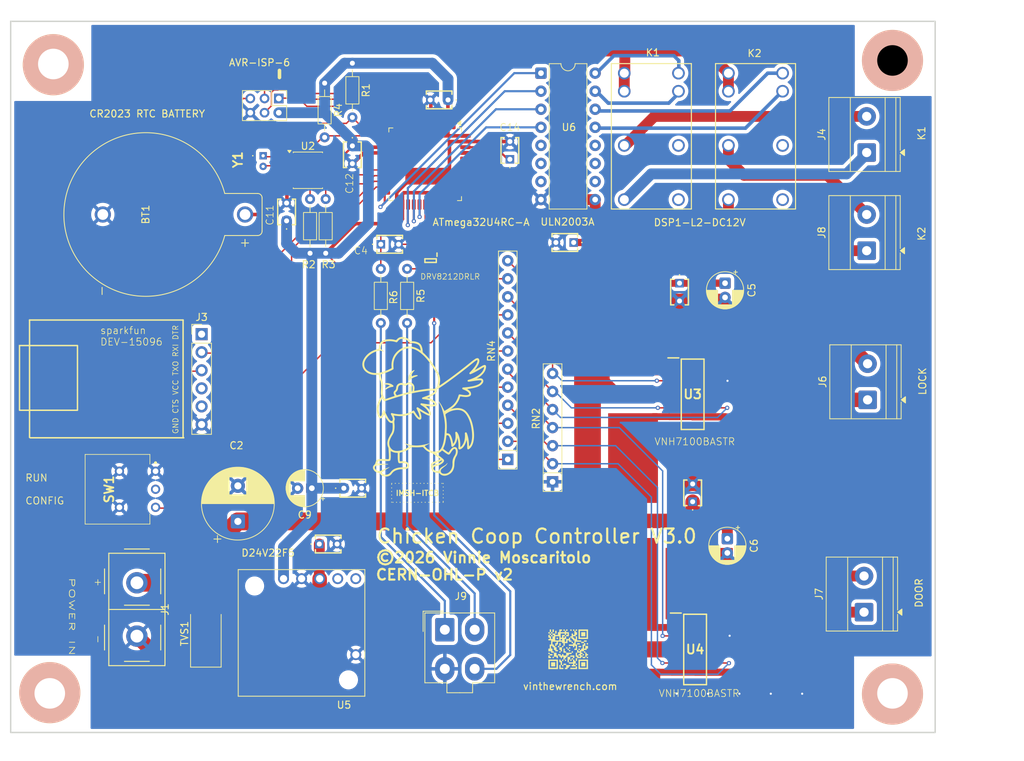
<source format=kicad_pcb>
(kicad_pcb (version 20241229) (generator "pcbnew") (generator_version "9.0")
  (layers (0 "F.Cu" signal) (2 "B.Cu" signal) (13 "F.Paste" user) (15 "B.Paste" user) (5 "F.SilkS" user "F.Silkscreen") (7 "B.SilkS" user "B.Silkscreen") (1 "F.Mask" user) (3 "B.Mask" user) (25 "Edge.Cuts" user))
  (net 0 "")
  (net 1 "Net-(J6-Pin_1)")
  (net 2 "+5V")
  (net 3 "Net-(J4-Pin_1)")
  (net 4 "Net-(IC1-OUT2)")
  (net 5 "Net-(K1-RESET)")
  (net 9 "/LED2")
  (net 10 "/LED1")
  (net 11 "/MOSI")
  (net 12 "/SDA")
  (net 14 "/CONFIG_SW")
  (net 15 "/SCL")
  (net 17 "/MISO")
  (net 19 "/{slash}RESET")
  (net 22 "/SCK")
  (net 24 "/RXD")
  (net 25 "Net-(J4-Pin_2)")
  (net 28 "/RTC_INT")
  (net 31 "/TXD")
  (net 32 "/LOCK_INA")
  (net 33 "/DOOR_INA")
  (net 34 "/LOCK_EN")
  (net 36 "/DOOR_EN")
  (net 37 "/DOOR_INB")
  (net 38 "/DOOR_SW")
  (net 39 "Net-(U2-VBAT)")
  (net 40 "Net-(J8-Pin_1)")
  (net 41 "Net-(J8-Pin_2)")
  (net 42 "GND")
  (net 43 "Net-(U2-OSCO)")
  (net 44 "Net-(U2-OSCI)")
  (net 46 "/LOCK_EXTEND")
  (net 47 "/DOOR_RETRACT")
  (net 48 "/DOOR_EXTEND")
  (net 50 "/LOCK_INB")
  (net 53 "+12V")
  (net 54 "Net-(K1-SET)")
  (net 57 "Net-(K2-RESET)")
  (net 58 "Net-(K2-SET)")
  (net 59 "/K1 SET")
  (net 60 "/K1 RESET")
  (net 61 "/K2 RESET")
  (net 62 "/K2 SET")
  (net 71 "Net-(RN2-R5)")
  (net 72 "Net-(RN2-R2)")
  (net 73 "Net-(RN2-R4)")
  (net 74 "Net-(RN2-R6)")
  (net 75 "Net-(RN2-R3)")
  (net 76 "Net-(RN2-R1)")
  (net 77 "Net-(U1-AREF)")
  (net 78 "Net-(IC1-OUT1)")
  (net 79 "Net-(J9-Pin_2)")
  (net 80 "Net-(J9-Pin_1)")
  (footprint "keystone 1066:BAT_1066" (layer "F.Cu") (at 71.0875 52.6625 90)
    (property "Reference" "BT1")
    (property "Value" "1066")
  )
  (footprint "MountingHole:MountingHole_4.3mm_M4_ISO7380" (layer "F.Cu") (at 176 120)
    (property "Reference" "REF**" (hide yes))
    (property "Value" "MountingHole_4.3mm_M4_ISO7380" (hide yes))
  )
  (footprint "Resistor_THT:R_Axial_DIN0204_L3.6mm_D1.6mm_P7.62mm_Horizontal" (layer "F.Cu") (at 96.15 34.19 -90)
    (property "Reference" "R4")
    (property "Value" "10K")
  )
  (footprint "VNH7100BASTR:SOIC127P600X175-16N" (layer "F.Cu") (at 148.243 113.825)
    (property "Reference" "U4")
    (property "Value" "VNH7100BASTR")
  )
  (footprint "Capacitor_THT:CP_Radial_D5.0mm_P2.00mm" (layer "F.Cu") (at 152.455 62.32 -90)
    (property "Reference" "C5")
    (property "Value" "47uf")
  )
  (footprint "TerminalBlock_Phoenix:TerminalBlock_Phoenix_MKDS-1,5-2-5.08_1x02_P5.08mm_Horizontal" (layer "F.Cu") (at 172.37 43.95 90)
    (property "Reference" "J4")
    (property "Value" "K1")
  )
  (footprint "Resistor_THT:R_Array_SIP7" (layer "F.Cu") (at 128.2 90.25 90)
    (property "Reference" "RN2")
    (property "Value" "100K")
  )
  (footprint "Connector_PinHeader_2.54mm:PinHeader_1x06_P2.54mm_Vertical" (layer "F.Cu") (at 78.85 69.49)
    (property "Reference" "J3")
    (property "Value" "Serial port")
  )
  (footprint "RCER71H104K0DBH03A:RCER71H104K0DBH03A" (layer "F.Cu") (at 131.17 56.6 180)
    (property "Reference" "C1" (hide yes))
    (property "Value" ".1uf" (hide yes))
  )
  (footprint "D24V22F5:MODULE_5V_2.5A_STEP-DOWN_D24V22F5" (layer "F.Cu") (at 92.9 111.5 180)
    (property "Reference" "U5")
    (property "Value" "D24V22F5")
  )
  (footprint "RCER71H104K0DBH03A:RCER71H104K0DBH03A" (layer "F.Cu") (at 98.85 91.15)
    (property "Reference" "C10" (hide yes))
    (property "Value" ".1uf" (hide yes))
  )
  (footprint "RCER71H104K0DBH03A:RCER71H104K0DBH03A" (layer "F.Cu") (at 90.800101 53.549899 90)
    (property "Reference" "C11")
    (property "Value" ".1uf" (hide yes))
  )
  (footprint "Resistor_THT:R_Axial_DIN0204_L3.6mm_D1.6mm_P7.62mm_Horizontal" (layer "F.Cu") (at 96.300101 58.109899 90)
    (property "Reference" "R3")
    (property "Value" "4.7K" (hide yes))
  )
  (footprint "Resistor_THT:R_Array_SIP12" (layer "F.Cu") (at 121.9 87.1 90)
    (property "Reference" "RN4")
    (property "Value" "1K")
  )
  (footprint "Resistor_THT:R_Axial_DIN0204_L3.6mm_D1.6mm_P7.62mm_Horizontal" (layer "F.Cu") (at 104.05 60.3 -90)
    (property "Reference" "R6")
    (property "Value" "220Ω")
  )
  (footprint "DSP1-L2-DC12V:DSP1-L2-DC12V" (layer "F.Cu") (at 152.93 32.79)
    (property "Reference" "K2")
    (property "Value" "DSP1-L2-DC12V")
  )
  (footprint "Capacitor_THT:CP_Radial_D10.0mm_P5.00mm" (layer "F.Cu") (at 83.95 95.817677 90)
    (property "Reference" "C2")
    (property "Value" "1000uf" (hide yes))
  )
  (footprint "MountingHole:MountingHole_4.3mm_M4_ISO7380" (layer "F.Cu") (at 176 31)
    (property "Reference" "REF**" (hide yes))
    (property "Value" "MountingHole_4.3mm_M4_ISO7380" (hide yes))
  )
  (footprint "RCER71H104K0DBH03A:RCER71H104K0DBH03A" (layer "F.Cu") (at 146.055 62.32 -90)
    (property "Reference" "C7" (hide yes))
    (property "Value" ".1uf" (hide yes))
  )
  (footprint "MountingHole:MountingHole_4.3mm_M4_ISO7380" (layer "F.Cu") (at 57.5 120)
    (property "Reference" "REF**" (hide yes))
    (property "Value" "MountingHole_4.3mm_M4_ISO7380" (hide yes))
  )
  (footprint "RCER71H104K0DBH03A:RCER71H104K0DBH03A" (layer "F.Cu") (at 100.05 43.0125 -90)
    (property "Reference" "C12")
    (property "Value" ".1uf" (hide yes))
  )
  (footprint "Capacitor_THT:CP_Radial_D5.0mm_P2.00mm" (layer "F.Cu") (at 152.78 98.25 -90)
    (property "Reference" "C6")
    (property "Value" "47uf")
  )
  (footprint "Connector_PinHeader_2.00mm:PinHeader_2x03_P2.00mm_Vertical" (layer "F.Cu") (at 89.7 36.35 -90)
    (property "Reference" "J2" (hide yes))
    (property "Value" "AVR-ISP-6")
  )
  (footprint "RCER71H104K0DBH03A:RCER71H104K0DBH03A" (layer "F.Cu") (at 104.05 56.85)
    (property "Reference" "C4")
    (property "Value" ".1uf" (hide yes))
  )
  (footprint "Package_SO:SOIC-8_3.9x4.9mm_P1.27mm" (layer "F.Cu") (at 93.800101 46.444899)
    (property "Reference" "U2")
    (property "Value" "PCF8523T")
  )
  (footprint "TerminalBlock_Phoenix:TerminalBlock_Phoenix_MKDS-1,5-2-5.08_1x02_P5.08mm_Horizontal" (layer "F.Cu") (at 172.37 57.75 90)
    (property "Reference" "J8")
    (property "Value" "K2")
  )
  (footprint "RCER71H104K0DBH03A:RCER71H104K0DBH03A" (layer "F.Cu") (at 113.5 36.55 180)
    (property "Reference" "C13" (hide yes))
    (property "Value" ".1uf" (hide yes))
  )
  (footprint "LOGO" (layer "F.Cu") (at 130.4 113.8 180)
    (property "Reference" "G***" (hide yes))
    (property "Value" "LOGO" (hide yes))
  )
  (footprint "VNH7100BASTR:SOIC127P600X175-16N" (layer "F.Cu") (at 147.897 77.945)
    (property "Reference" "U3")
    (property "Value" "VNH7100BASTR")
  )
  (footprint "Resistor_THT:R_Axial_DIN0204_L3.6mm_D1.6mm_P7.62mm_Horizontal" (layer "F.Cu") (at 94.100101 58.109899 90)
    (property "Reference" "R2")
    (property "Value" "4.7k" (hide yes))
  )
  (footprint "DRV8212:SOTFL50P160X60-6N" (layer "F.Cu") (at 111.05 59.15 -90)
    (property "Reference" "IC1" (hide yes))
    (property "Value" "DRV8212DRLR")
  )
  (footprint "Resistor_THT:R_Axial_DIN0204_L3.6mm_D1.6mm_P7.62mm_Horizontal" (layer "F.Cu") (at 100.05 31.39 -90)
    (property "Reference" "R1")
    (property "Value" "10K")
  )
  (footprint "Diode_SMD:D_SMB_Handsoldering" (layer "F.Cu") (at 79.45 111.6 90)
    (property "Reference" "TVS1")
    (property "Value" "P6SMB18A")
  )
  (footprint "RCER71H104K0DBH03A:RCER71H104K0DBH03A" (layer "F.Cu") (at 95.4 99)
    (property "Reference" "C3" (hide yes))
    (property "Value" ".1uf" (hide yes))
  )
  (footprint "AARDVARK:chick" (layer "F.Cu") (at 109.484846 89.366465)
    (property "Reference" "REF**" (hide yes))
    (property "Value" "chick" (hide yes))
  )
  (footprint "TerminalBlock_Phoenix:TerminalBlock_Phoenix_MKDS-1,5-2-5.08_1x02_P5.08mm_Horizontal" (layer "F.Cu") (at 172 108.58 90)
    (property "Reference" "J7")
    (property "Value" "DOOR")
  )
  (footprint "Connector_Molex:Molex_Mini-Fit_Jr_5566-04A_2x02_P4.20mm_Vertical" (layer "F.Cu") (at 113.05 111.05)
    (property "Reference" "J9")
    (property "Value" "Mini‑Fit Jr")
  )
  (footprint "Package_QFP:TQFP-44_10x10mm_P0.8mm" (layer "F.Cu") (at 110.2875 45.6 -90)
    (property "Reference" "U1" (hide yes))
    (property "Value" "ATmega32U4RC-A")
  )
  (footprint "powerpole:powerpole" (layer "F.Cu") (at 69.75 108.2 -90)
    (property "Reference" "J1")
    (property "Value" "Power Pole" (hide yes))
  )
  (footprint "TerminalBlock_Phoenix:TerminalBlock_Phoenix_MKDS-1,5-2-5.08_1x02_P5.08mm_Horizontal" (layer "F.Cu") (at 172.5 78.725 90)
    (property "Reference" "J6")
    (property "Value" "LOCK")
  )
  (footprint "AS11CH SLIDE SW:AS11CH" (layer "F.Cu") (at 72.375 88.76 -90)
    (property "Reference" "SW1")
    (property "Value" "SW_SPST" (hide yes))
  )
  (footprint "MountingHole:MountingHole_4.3mm_M4_ISO7380" (layer "F.Cu") (at 58 31.5)
    (property "Reference" "REF**" (hide yes))
    (property "Value" "MountingHole_4.3mm_M4_ISO7380" (hide yes))
  )
  (footprint "AB26T-32.768KHZ:AB26T32768KHZ" (layer "F.Cu") (at 87.500101 44.399899 -90)
    (property "Reference" "Y1")
    (property "Value" "AB26T-32.768KHZ" (hide yes))
  )
  (footprint "RCER71H104K0DBH03A:RCER71H104K0DBH03A" (layer "F.Cu") (at 147.9 93.05 90)
    (property "Reference" "C8" (hide yes))
    (property "Value" ".1uf" (hide yes))
  )
  (footprint "RCER71H104K0DBH03A:RCER71H104K0DBH03A" (layer "F.Cu") (at 122.2 44.9 90)
    (property "Reference" "C14")
    (property "Value" ".1uf" (hide yes))
  )
  (footprint "Package_DIP:DIP-16_W7.62mm" (layer "F.Cu") (at 126.5696 32.7856)
    (property "Reference" "U6")
    (property "Value" "ULN2003A")
  )
  (footprint "Resistor_THT:R_Axial_DIN0204_L3.6mm_D1.6mm_P7.62mm_Horizontal" (layer "F.Cu") (at 107.75 60.3 -90)
    (property "Reference" "R5")
    (property "Value" "240Ω")
  )
  (footprint "DSP1-L2-DC12V:DSP1-L2-DC12V" (layer "F.Cu") (at 138.2839 32.79)
    (property "Reference" "K1")
    (property "Value" "DSP1-L2-DC12V")
  )
  (footprint "Capacitor_THT:CP_Radial_D5.0mm_P2.00mm" (layer "F.Cu") (at 94.35 91.15 180)
    (property "Reference" "C9")
    (property "Value" "47uf")
  )
  (gr_rect (start 144.5 82.15) (end 151.3 91.45) (stroke (width 0.2)) (fill yes) (layer "F.Cu") (net 42))
  (gr_rect (start 142.145 110.35) (end 144.46 111.11) (stroke (width 0.2)) (fill yes) (layer "F.Cu") (net 48))
  (gr_rect (start 154.6125 73.13) (end 156.05 75.17) (stroke (width 0.2)) (fill yes) (layer "F.Cu") (net 46))
  (gr_rect (start 134.84 116.64) (end 143.245 122.1875) (stroke (width 0.2)) (fill yes) (layer "F.Cu") (net 47))
  (gr_rect (start 136.11 112.785) (end 149.5175 114.84) (stroke (width 0.2)) (fill yes) (layer "F.Cu") (net 53))
  (gr_rect (start 144.65 74.4) (end 155.975 75.17) (stroke (width 0.2)) (fill yes) (layer "F.Cu") (net 46))
  (gr_rect (start 136.115 80.71) (end 142.92 93.115) (stroke (width 0.2)) (fill yes) (layer "F.Cu") (net 1))
  (gr_rect (start 144.2 99.65) (end 153.45 109.5) (stroke (width 0.2)) (fill yes) (layer "F.Cu") (net 42))
  (gr_rect (start 144.135 74.41) (end 152.095 75.18) (stroke (width 0.2)) (fill yes) (layer "F.Cu") (net 46))
  (gr_rect (start 142.315 80.71) (end 144.63 81.47) (stroke (width 0.2)) (fill yes) (layer "F.Cu") (net 1))
  (gr_rect (start 156.8375 74.97) (end 163.7825 81.52) (stroke (width 0.2)) (fill yes) (layer "F.Cu") (net 1))
  (gr_poly (pts (xy 136.1375 61.92) (xy 131.375 61.875) (xy 131.35 78.825) (xy 136.1275 78.91)) (stroke (width 0.2)) (fill yes) (layer "F.Cu") (net 53))
  (gr_rect (start 142.64 116.64) (end 144.955 117.4) (stroke (width 0.2)) (fill yes) (layer "F.Cu") (net 47))
  (gr_rect (start 148.88 114.20875) (end 151.68 114.84) (stroke (width 0.2)) (fill yes) (layer "F.Cu") (net 53))
  (gr_rect (start 144.955 116.64) (end 152.915 117.41) (stroke (width 0.2)) (fill yes) (layer "F.Cu") (net 47))
  (gr_rect (start 148.555 78.27875) (end 151.355 78.91) (stroke (width 0.2)) (fill yes) (layer "F.Cu") (net 53))
  (gr_rect (start 136.1275 77.017011) (end 149.085 78.91) (stroke (width 0.2)) (fill yes) (layer "F.Cu") (net 53))
  (gr_rect (start 155.07 109.28) (end 156.5 111.11) (stroke (width 0.2)) (fill yes) (layer "F.Cu") (net 48))
  (gr_rect (start 154.62 63.57) (end 163.305 73.13) (stroke (width 0.2)) (fill yes) (layer "F.Cu") (net 46))
  (gr_rect (start 144.46 110.34) (end 155.785 111.11) (stroke (width 0.2)) (fill yes) (layer "F.Cu") (net 48))
  (gr_poly (pts (xy 135.445 75.13) (xy 138.445 78.13) (xy 135.9825 78.13) (xy 135.785 77.9325) (xy 135.785 75.15) (xy 135.765 75.13)) (stroke (width 0.2)) (fill yes) (layer "F.Cu") (net 53))
  (gr_rect (start 147.8125 80.73) (end 163.7825 81.52) (stroke (width 0.2)) (fill yes) (layer "F.Cu") (net 1))
  (gr_rect (start 155.07 99.72) (end 163.755 109.28) (stroke (width 0.2)) (fill yes) (layer "F.Cu") (net 48))
  (gr_rect (start 137.21 98.25) (end 142.82 111.11) (stroke (width 0.2)) (fill yes) (layer "F.Cu") (net 48))
  (gr_rect (start 144.63 80.71) (end 152.59 81.48) (stroke (width 0.2)) (fill yes) (layer "F.Cu") (net 1))
  (gr_rect (start 148.1925 116.63) (end 164.2325 117.41) (stroke (width 0.2)) (fill yes) (layer "F.Cu") (net 47))
  (gr_rect (start 107.85 46.2) (end 113.7 48.25) (stroke (width 0.2)) (fill yes) (layer "F.Cu") (net 42))
  (gr_rect (start 137.935 65.22) (end 142.495 75.18) (stroke (width 0.2)) (fill yes) (layer "F.Cu") (net 46))
  (gr_rect (start 157.3275 111.005) (end 164.2725 117.405) (stroke (width 0.2)) (fill yes) (layer "F.Cu") (net 47))
  (gr_rect (start 143.6 63.9) (end 153.05 73.55) (stroke (width 0.2)) (fill yes) (layer "F.Cu") (net 42))
  (gr_rect (start 144.85 118.25) (end 164.35 122.25) (stroke (width 0.2)) (fill yes) (layer "F.Cu") (net 42))
  (gr_rect (start 141.82 74.42) (end 144.135 75.18) (stroke (width 0.2)) (fill yes) (layer "F.Cu") (net 46))
  (gr_poly (pts (xy 136.2 96.7) (xy 131.4 96.55) (xy 131.39388 97.77) (xy 131.3 114.9) (xy 136.11 114.84)) (stroke (width 0.2)) (fill yes) (layer "F.Cu") (net 53))
  (gr_circle (center 57.5 119.9) (end 61.7 119.9) (stroke (width 0.2)) (fill yes) (layer "F.SilkS"))
  (gr_line (start 54.655 67.5) (end 76.245 67.5) (stroke (width 0.2032)) (layer "F.SilkS"))
  (gr_line (start 89.8 32.4) (end 89.8 33.4) (stroke (width 0.5)) (layer "F.SilkS"))
  (gr_circle (center 176 120.1) (end 180.2 120.1) (stroke (width 0.2)) (fill yes) (layer "F.SilkS"))
  (gr_line (start 76.3401 84.062) (end 54.7501 84.062) (stroke (width 0.2032)) (layer "F.SilkS"))
  (gr_line (start 76.245 67.5) (end 76.245 84.01) (stroke (width 0.2032)) (layer "F.SilkS"))
  (gr_circle (center 58 31.6) (end 62.2 31.6) (stroke (width 0.2)) (fill yes) (layer "F.SilkS"))
  (gr_line (start 54.655 84.01) (end 54.655 67.5) (stroke (width 0.2032)) (layer "F.SilkS"))
  (gr_circle (center 176 31) (end 180.2 31) (stroke (width 0.2)) (fill yes) (layer "F.SilkS"))
  (gr_rect (start 53.244 71.089) (end 61.394 80.189) (stroke (width 0.2)) (fill no) (layer "F.SilkS"))
  (gr_circle (center 176 31) (end 180.2 31) (stroke (width 0.2)) (fill yes) (layer "B.SilkS"))
  (gr_circle (center 58 31.6) (end 62.2 31.6) (stroke (width 0.2)) (fill yes) (layer "B.SilkS"))
  (gr_circle (center 57.5 119.9) (end 61.7 119.9) (stroke (width 0.2)) (fill yes) (layer "B.SilkS"))
  (gr_circle (center 176 120.1) (end 180.2 120.1) (stroke (width 0.2)) (fill yes) (layer "B.SilkS"))
  (gr_rect (start 52 25.5) (end 182 125.5) (stroke (width 0.2)) (fill no) (layer "Edge.Cuts"))
  (gr_text "sparkfun\nDEV-15096 " (at 64.5401 71.162 0) (layer "F.SilkS") (effects (font (size 1 1) (thickness 0.1)) (justify left bottom)))
  (gr_text "vinthewrench.com" (at 137.4 119.6 0) (layer "F.SilkS") (effects (font (size 1 1)) (justify right bottom)))
  (gr_text "POWER IN" (at 60.15 103.6 270) (layer "F.SilkS") (effects (font (size 0.7634 1.5) (thickness 0.1016)) (justify left bottom)))
  (gr_text "RUN\n\nCONFIG" (at 54 93.5 0) (layer "F.SilkS") (effects (font (size 1 1) (thickness 0.125)) (justify left bottom)))
  (gr_text "GND CTS VCC TXO RXI DTR" (at 75.6301 75.862 90) (layer "F.SilkS") (effects (font (size 0.75 0.75) (thickness 0.09)) (justify bottom)))
  (gr_text "Chicken Coop Controller V3.0" (at 148.652385 99.07 0) (layer "F.SilkS") (effects (font (size 2 2) (thickness 0.3) (bold yes)) (justify right bottom)))
  (gr_text "©2026 Vinnie Moscaritolo\nCERN-OHL-P v2\n" (at 103.2 104.2 0) (layer "F.SilkS") (effects (font (size 1.5 1.5) (thickness 0.3) (bold yes)) (justify left bottom)))
  (gr_text_box "IMSH-ITCB " (start 105.572851 90.46889) (end 112.82715 93.13111) (margins 1.0025 1.0025 1.0025 1.0025) (layer "F.SilkS") (effects (font (size 0.746 0.746) (thickness 0.15) (bold yes)) (justify top)) (border yes) (stroke (width 0.12) (type dot)))
  (segment (start 172.5 78.725) (end 160.79 78.725) (width 2.032) (layer "F.Cu") (net 1))
  (segment (start 160.79 78.725) (end 160.31 78.245) (width 2.032) (layer "F.Cu") (net 1))
  (segment (start 104.7 61.85) (end 100.040202 61.85) (width 0.2) (layer "F.Cu") (net 2))
  (segment (start 107.0875 53.3) (end 106.4375 53.95) (width 0.5) (layer "F.Cu") (net 2))
  (segment (start 113.4875 41.5875) (end 113.5 41.6) (width 0.5) (layer "F.Cu") (net 2))
  (segment (start 111.85 41.6) (end 110.25 43.2) (width 0.5) (layer "F.Cu") (net 2))
  (segment (start 100.040202 61.85) (end 96.300101 58.109899) (width 0.2) (layer "F.Cu") (net 2))
  (segment (start 107.0875 49.8125) (end 107.0875 51.2625) (width 0.5) (layer "F.Cu") (net 2))
  (segment (start 106.4375 53.95) (end 100.5 53.95) (width 0.5) (layer "F.Cu") (net 2))
  (segment (start 114.1 41.6) (end 115.95 41.6) (width 0.5) (layer "F.Cu") (net 2))
  (segment (start 111.05 59.4) (end 110.65 59) (width 0.2) (layer "F.Cu") (net 2))
  (segment (start 100.1375 43.0125) (end 100.325 43.2) (width 0.5) (layer "F.Cu") (net 2))
  (segment (start 114.1 41.6) (end 111.85 41.6) (width 0.5) (layer "F.Cu") (net 2))
  (segment (start 113.4875 39.9375) (end 113.4875 41.5875) (width 0.5) (layer "F.Cu") (net 2))
  (segment (start 106.05 60.5) (end 104.7 61.85) (width 0.2) (layer "F.Cu") (net 2))
  (segment (start 107.3 49.6) (end 107.0875 49.8125) (width 0.5) (layer "F.Cu") (net 2))
  (segment (start 113.4875 36.5625) (end 113.5 36.55) (width 0.5) (layer "F.Cu") (net 2))
  (segment (start 106.05 59) (end 106.05 60.5) (width 0.2) (layer "F.Cu") (net 2))
  (segment (start 110.25 43.2) (end 104.625 43.2) (width 0.5) (layer "F.Cu") (net 2))
  (segment (start 98.610101 44.539899) (end 100.1375 43.0125) (width 0.3) (layer "F.Cu") (net 2))
  (segment (start 100.41 54) (end 96.300101 58.109899) (width 0.5) (layer "F.Cu") (net 2))
  (segment (start 100.45 54) (end 100.41 54) (width 0.5) (layer "F.Cu") (net 2))
  (segment (start 96.275101 44.539899) (end 98.610101 44.539899) (width 0.3) (layer "F.Cu") (net 2))
  (segment (start 100.5 53.95) (end 100.45 54) (width 0.5) (layer "F.Cu") (net 2))
  (segment (start 107.0875 51.2625) (end 107.0875 53.3) (width 0.5) (layer "F.Cu") (net 2))
  (segment (start 113.4875 39.9375) (end 113.4875 36.5625) (width 0.5) (layer "F.Cu") (net 2))
  (segment (start 100.325 43.2) (end 104.625 43.2) (width 0.5) (layer "F.Cu") (net 2))
  (segment (start 110.65 59) (end 106.05 59) (width 0.2) (layer "F.Cu") (net 2))
  (segment (start 113.5 41.6) (end 114.1 41.6) (width 0.5) (layer "F.Cu") (net 2))
  (segment (start 111.05 59.988) (end 111.05 59.4) (width 0.2) (layer "F.Cu") (net 2))
  (segment (start 115.95 49.6) (end 107.3 49.6) (width 0.5) (layer "F.Cu") (net 2))
  (segment (start 92.159899 58.109899) (end 90.800101 56.750101) (width 1.524) (layer "B.Cu") (net 2))
  (segment (start 94.35 91.15) (end 94.35 58.359798) (width 1.524) (layer "B.Cu") (net 2))
  (segment (start 98.1 58.109899) (end 92.159899 58.109899) (width 1.524) (layer "B.Cu") (net 2))
  (segment (start 96.15 34.19) (end 96.15 38.35) (width 1.524) (layer "B.Cu") (net 2))
  (segment (start 101.9125 43.0125) (end 100.05 43.0125) (width 1.524) (layer "B.Cu") (net 2))
  (segment (start 100.05 31.39) (end 98.95 31.39) (width 1.524) (layer "B.Cu") (net 2))
  (segment (start 102.3 43.4) (end 101.9125 43.0125) (width 1.524) (layer "B.Cu") (net 2))
  (segment (start 113.5 33.6) (end 113.5 36.55) (width 1.524) (layer "B.Cu") (net 2))
  (segment (start 90.37 99.43) (end 90.37 103.87) (width 1.524) (layer "B.Cu") (net 2))
  (segment (start 94.35 95.45) (end 90.37 99.43) (width 1.524) (layer "B.Cu") (net 2))
  (segment (start 111.29 31.39) (end 113.5 33.6) (width 1.524) (layer "B.Cu") (net 2))
  (segment (start 98.95 31.39) (end 96.15 34.19) (width 1.524) (layer "B.Cu") (net 2))
  (segment (start 100.05 31.39) (end 111.29 31.39) (width 1.524) (layer "B.Cu") (net 2))
  (segment (start 94.35 58.359798) (end 94.100101 58.109899) (width 1.524) (layer "B.Cu") (net 2))
  (segment (start 94.35 91.15) (end 94.35 95.45) (width 1.524) (layer "B.Cu") (net 2))
  (segment (start 100.05 43.0125) (end 100.05 42.25) (width 1.524) (layer "B.Cu") (net 2))
  (segment (start 94.35 91.15) (end 98.85 91.15) (width 1.524) (layer "B.Cu") (net 2))
  (segment (start 100.05 42.25) (end 96.15 38.35) (width 1.524) (layer "B.Cu") (net 2))
  (segment (start 90.800101 56.750101) (end 90.800101 53.549899) (width 1.524) (layer "B.Cu") (net 2))
  (segment (start 89.7 38.35) (end 95.9 38.35) (width 1.524) (layer "B.Cu") (net 2))
  (segment (start 102.3 43.4) (end 102.3 53.909899) (width 1.524) (layer "B.Cu") (net 2))
  (segment (start 102.3 53.909899) (end 98.1 58.109899) (width 1.524) (layer "B.Cu") (net 2))
  (segment (start 169.55 46.95) (end 172.5 44) (width 1.524) (layer "B.Cu") (net 3))
  (segment (start 142.0839 46.95) (end 169.55 46.95) (width 1.524) (layer "B.Cu") (net 3))
  (segment (start 138.2839 50.57) (end 138.4639 50.57) (width 1.524) (layer "B.Cu") (net 3))
  (segment (start 138.4639 50.57) (end 142.0839 46.95) (width 1.524) (layer "B.Cu") (net 3))
  (segment (start 107.95 60.3) (end 110.238 60.3) (width 0.2) (layer "F.Cu") (net 4))
  (segment (start 110.238 60.3) (end 110.55 59.988) (width 0.2) (layer "F.Cu") (net 4))
  (segment (start 134.3557 35.3256) (end 136.0301 37) (width 0.5) (layer "B.Cu") (net 5))
  (segment (start 134.1896 35.3256) (end 134.3557 35.3256) (width 0.5) (layer "B.Cu") (net 5))
  (segment (start 136.0301 37) (end 144.55 37) (width 0.5) (layer "B.Cu") (net 5))
  (segment (start 144.55 37) (end 146.145 35.405) (width 0.5) (layer "B.Cu") (net 5))
  (segment (start 111.8875 57.9745) (end 111.55 58.312) (width 0.2) (layer "F.Cu") (net 9))
  (segment (start 111.8875 51.2625) (end 111.8875 57.9745) (width 0.2) (layer "F.Cu") (net 9))
  (segment (start 111.05 51.3) (end 111.0875 51.2625) (width 0.2) (layer "F.Cu") (net 10))
  (segment (start 111.05 58.312) (end 111.05 51.3) (width 0.2) (layer "F.Cu") (net 10))
  (segment (start 89 35.15) (end 88.676 35.474) (width 0.2) (layer "F.Cu") (net 11))
  (segment (start 107.0875 39.9375) (end 107.0875 36.7875) (width 0.2) (layer "F.Cu") (net 11))
  (segment (start 88.676 35.474) (end 88.676 37.374) (width 0.2) (layer "F.Cu") (net 11))
  (segment (start 88.676 37.374) (end 87.7 38.35) (width 0.2) (layer "F.Cu") (net 11))
  (segment (start 106.75 36.45) (end 93.95 36.45) (width 0.2) (layer "F.Cu") (net 11))
  (segment (start 93.95 36.45) (end 92.65 35.15) (width 0.2) (layer "F.Cu") (net 11))
  (segment (start 107.0875 36.7875) (end 106.75 36.45) (width 0.2) (layer "F.Cu") (net 11))
  (segment (start 92.65 35.15) (end 89 35.15) (width 0.2) (layer "F.Cu") (net 11))
  (segment (start 96.300101 50.489899) (end 96.300101 48.374899) (width 0.2) (layer "F.Cu") (net 12))
  (segment (start 103.15 47.2) (end 104.625 47.2) (width 0.2) (layer "F.Cu") (net 12))
  (segment (start 104.625 47.2) (end 104.475 47.2) (width 0.2) (layer "F.Cu") (net 12))
  (segment (start 104.475 47.2) (end 104.4625 47.2125) (width 0.2) (layer "F.Cu") (net 12))
  (segment (start 104.5075 47.3175) (end 104.625 47.2) (width 0.2) (layer "F.Cu") (net 12))
  (segment (start 102.000101 48.349899) (end 103.15 47.2) (width 0.2) (layer "F.Cu") (net 12))
  (segment (start 96.300101 48.374899) (end 96.275101 48.349899) (width 0.2) (layer "F.Cu") (net 12))
  (segment (start 96.275101 48.349899) (end 102.000101 48.349899) (width 0.2) (layer "F.Cu") (net 12))
  (segment (start 72.375 93.84) (end 72.485 93.95) (width 0.2) (layer "F.Cu") (net 14))
  (segment (start 72.485 93.95) (end 74.1 93.95) (width 0.2) (layer "F.Cu") (net 14))
  (segment (start 111.1 70.7) (end 112.6875 69.1125) (width 0.2) (layer "F.Cu") (net 14))
  (segment (start 112.6875 69.1125) (end 112.6875 51.2625) (width 0.2) (layer "F.Cu") (net 14))
  (segment (start 74.1 93.95) (end 97.35 70.7) (width 0.2) (layer "F.Cu") (net 14))
  (segment (start 97.35 70.7) (end 111.1 70.7) (width 0.2) (layer "F.Cu") (net 14))
  (segment (start 104.625 46.4) (end 102.6 46.4) (width 0.2) (layer "F.Cu") (net 15))
  (segment (start 101.920101 47.079899) (end 96.275101 47.079899) (width 0.2) (layer "F.Cu") (net 15))
  (segment (start 102.6 46.4) (end 101.920101 47.079899) (width 0.2) (layer "F.Cu") (net 15))
  (segment (start 94.100101 48.099899) (end 95.120101 47.079899) (width 0.2) (layer "F.Cu") (net 15))
  (segment (start 94.100101 50.489899) (end 94.100101 48.099899) (width 0.2) (layer "F.Cu") (net 15))
  (segment (start 95.120101 47.079899) (end 96.275101 47.079899) (width 0.2) (layer "F.Cu") (net 15))
  (segment (start 93.65 37.45) (end 105.75 37.45) (width 0.2) (layer "F.Cu") (net 17))
  (segment (start 92.5 36.3) (end 93.65 37.45) (width 0.2) (layer "F.Cu") (net 17))
  (segment (start 89.7 36.35) (end 89.75 36.3) (width 0.2) (layer "F.Cu") (net 17))
  (segment (start 106.2875 37.9875) (end 106.2875 39.9375) (width 0.2) (layer "F.Cu") (net 17))
  (segment (start 89.75 36.3) (end 92.5 36.3) (width 0.2) (layer "F.Cu") (net 17))
  (segment (start 105.75 37.45) (end 106.2875 37.9875) (width 0.2) (layer "F.Cu") (net 17))
  (segment (start 100.05 39.01) (end 99.21 39.85) (width 0.2) (layer "F.Cu") (net 19))
  (segment (start 84.1 36.95) (end 84.7 36.35) (width 0.2) (layer "F.Cu") (net 19))
  (segment (start 105.7 42.4) (end 105.75 42.35) (width 0.2) (layer "F.Cu") (net 19))
  (segment (start 101.89 40.85) (end 100.05 39.01) (width 0.2) (layer "F.Cu") (net 19))
  (segment (start 84.7 36.35) (end 85.7 36.35) (width 0.2) (layer "F.Cu") (net 19))
  (segment (start 105.75 42.35) (end 105.75 41.2) (width 0.2) (layer "F.Cu") (net 19))
  (segment (start 84.2 39.85) (end 84.1 39.75) (width 0.2) (layer "F.Cu") (net 19))
  (segment (start 99.21 39.85) (end 84.2 39.85) (width 0.2) (layer "F.Cu") (net 19))
  (segment (start 84.1 39.75) (end 84.1 36.95) (width 0.2) (layer "F.Cu") (net 19))
  (segment (start 105.75 41.2) (end 105.4 40.85) (width 0.2) (layer "F.Cu") (net 19))
  (segment (start 105.4 40.85) (end 101.89 40.85) (width 0.2) (layer "F.Cu") (net 19))
  (segment (start 104.625 42.4) (end 105.7 42.4) (width 0.2) (layer "F.Cu") (net 19))
  (segment (start 87.7 36.35) (end 87.7 35.15) (width 0.2) (layer "F.Cu") (net 22))
  (segment (start 107.8875 36.0875) (end 107.8875 39.9375) (width 0.2) (layer "F.Cu") (net 22))
  (segment (start 93.95 35.65) (end 107.45 35.65) (width 0.2) (layer "F.Cu") (net 22))
  (segment (start 92.75 34.45) (end 93.95 35.65) (width 0.2) (layer "F.Cu") (net 22))
  (segment (start 88.4 34.45) (end 92.75 34.45) (width 0.2) (layer "F.Cu") (net 22))
  (segment (start 107.45 35.65) (end 107.8875 36.0875) (width 0.2) (layer "F.Cu") (net 22))
  (segment (start 87.7 35.15) (end 88.4 34.45) (width 0.2) (layer "F.Cu") (net 22))
  (segment (start 98.8 52.3) (end 95.75 52.3) (width 0.2) (layer "F.Cu") (net 24))
  (segment (start 76.65 68.9) (end 76.65 74) (width 0.2) (layer "F.Cu") (net 24))
  (segment (start 76.65 74) (end 77.343 74.693) (width 0.2) (layer "F.Cu") (net 24))
  (segment (start 77.343 74.693) (end 79.1299 74.693) (width 0.2) (layer "F.Cu") (net 24))
  (segment (start 95.75 52.3) (end 80.35 67.7) (width 0.2) (layer "F.Cu") (net 24))
  (segment (start 104.625 48) (end 103.1 48) (width 0.2) (layer "F.Cu") (net 24))
  (segment (start 77.85 67.7) (end 76.65 68.9) (width 0.2) (layer "F.Cu") (net 24))
  (segment (start 80.35 67.7) (end 77.85 67.7) (width 0.2) (layer "F.Cu") (net 24))
  (segment (start 103.1 48) (end 98.8 52.3) (width 0.2) (layer "F.Cu") (net 24))
  (segment (start 138.6625 42.72) (end 142.5125 38.87) (width 1.524) (layer "F.Cu") (net 25))
  (segment (start 142.5125 38.87) (end 172.37 38.87) (width 1.524) (layer "F.Cu") (net 25))
  (segment (start 94.450101 43.199899) (end 96.05 41.6) (width 0.2) (layer "F.Cu") (net 28))
  (segment (start 96.05 41.6) (end 104.625 41.6) (width 0.2) (layer "F.Cu") (net 28))
  (segment (start 96.275101 45.809899) (end 94.490101 45.809899) (width 0.2) (layer "F.Cu") (net 28))
  (segment (start 94.450101 45.769899) (end 94.450101 43.199899) (width 0.2) (layer "F.Cu") (net 28))
  (segment (start 94.490101 45.809899) (end 94.450101 45.769899) (width 0.2) (layer "F.Cu") (net 28))
  (segment (start 99.4 52.7849) (end 99.4 52.8) (width 0.2) (layer "F.Cu") (net 31))
  (segment (start 79.1299 72.153) (end 80.397 72.153) (width 0.2) (layer "F.Cu") (net 31))
  (segment (start 99.3349 52.85) (end 99.4 52.7849) (width 0.2) (layer "F.Cu") (net 31))
  (segment (start 103.4 48.8) (end 104.625 48.8) (width 0.2) (layer "F.Cu") (net 31))
  (segment (start 91.5 57.6) (end 96.25 52.85) (width 0.2) (layer "F.Cu") (net 31))
  (segment (start 99.4 52.8) (end 103.4 48.8) (width 0.2) (layer "F.Cu") (net 31))
  (segment (start 91.5 61.05) (end 91.5 57.6) (width 0.2) (layer "F.Cu") (net 31))
  (segment (start 96.25 52.85) (end 99.3349 52.85) (width 0.2) (layer "F.Cu") (net 31))
  (segment (start 80.397 72.153) (end 91.5 61.05) (width 0.2) (layer "F.Cu") (net 31))
  (segment (start 120.2 46.4) (end 117.8 44) (width 0.2) (layer "F.Cu") (net 32))
  (segment (start 120.64 61.7) (end 120.3 61.36) (width 0.2) (layer "F.Cu") (net 32))
  (segment (start 121.9 61.7) (end 120.64 61.7) (width 0.2) (layer "F.Cu") (net 32))
  (segment (start 120.64 61.7) (end 120.2 61.26) (width 0.2) (layer "F.Cu") (net 32))
  (segment (start 120.2 61.26) (end 120.2 46.4) (width 0.2) (layer "F.Cu") (net 32))
  (segment (start 117.8 44) (end 115.95 44) (width 0.2) (layer "F.Cu") (net 32))
  (segment (start 119.08 76.94) (end 121.9 76.94) (width 0.2) (layer "F.Cu") (net 33))
  (segment (start 118.6 76.46) (end 119.08 76.94) (width 0.2) (layer "F.Cu") (net 33))
  (segment (start 115.95 46.4) (end 117.3 46.4) (width 0.2) (layer "F.Cu") (net 33))
  (segment (start 118.6 47.7) (end 118.6 76.46) (width 0.2) (layer "F.Cu") (net 33))
  (segment (start 117.3 46.4) (end 118.6 47.7) (width 0.2) (layer "F.Cu") (net 33))
  (segment (start 115.95 45.6) (end 117.5 45.6) (width 0.2) (layer "F.Cu") (net 34))
  (segment (start 120.3 71.86) (end 121.9 71.86) (width 0.2) (layer "F.Cu") (net 34))
  (segment (start 117.5 45.6) (end 119.1 47.2) (width 0.2) (layer "F.Cu") (net 34))
  (segment (start 119.1 47.2) (end 119.1 70.66) (width 0.2) (layer "F.Cu") (net 34))
  (segment (start 119.1 70.66) (end 120.3 71.86) (width 0.2) (layer "F.Cu") (net 34))
  (segment (start 117.2 48) (end 117.6 48.4) (width 0.2) (layer "F.Cu") (net 36))
  (segment (start 118.14 87.1) (end 121.9 87.1) (width 0.2) (layer "F.Cu") (net 36))
  (segment (start 117.6 48.4) (end 117.6 86.56) (width 0.2) (layer "F.Cu") (net 36))
  (segment (start 117.6 86.56) (end 118.14 87.1) (width 0.2) (layer "F.Cu") (net 36))
  (segment (start 117.7 86.66) (end 118.14 87.1) (width 0.2) (layer "F.Cu") (net 36))
  (segment (start 115.95 48) (end 117.2 48) (width 0.2) (layer "F.Cu") (net 36))
  (segment (start 121.9 82.02) (end 118.66 82.02) (width 0.2) (layer "F.Cu") (net 37))
  (segment (start 118.1 81.46) (end 118.1 48.1) (width 0.2) (layer "F.Cu") (net 37))
  (segment (start 117.2 47.2) (end 115.95 47.2) (width 0.2) (layer "F.Cu") (net 37))
  (segment (start 118.1 48.1) (end 117.2 47.2) (width 0.2) (layer "F.Cu") (net 37))
  (segment (start 118.1 81.46) (end 118.66 82.02) (width 0.2) (layer "F.Cu") (net 37))
  (segment (start 104.25 55.25) (end 109.6 55.25) (width 0.2) (layer "F.Cu") (net 38))
  (segment (start 104.05 60.39) (end 104.05 56.85) (width 0.2) (layer "F.Cu") (net 38))
  (segment (start 104.05 56.85) (end 104.05 55.45) (width 0.2) (layer "F.Cu") (net 38))
  (segment (start 110.2875 54.5625) (end 110.2875 51.2625) (width 0.2) (layer "F.Cu") (net 38))
  (segment (start 104.05 55.45) (end 104.25 55.25) (width 0.2) (layer "F.Cu") (net 38))
  (segment (start 109.6 55.25) (end 110.2875 54.5625) (width 0.2) (layer "F.Cu") (net 38))
  (segment (start 89.3 47.1) (end 91.305 47.1) (width 0.5) (layer "F.Cu") (net 39))
  (segment (start 84.9575 52.6625) (end 86.8875 52.6625) (width 0.5) (layer "F.Cu") (net 39))
  (segment (start 87.85 48.55) (end 89.3 47.1) (width 0.5) (layer "F.Cu") (net 39))
  (segment (start 87.85 51.7) (end 87.85 48.55) (width 0.5) (layer "F.Cu") (net 39))
  (segment (start 86.8875 52.6625) (end 87.85 51.7) (width 0.5) (layer "F.Cu") (net 39))
  (segment (start 91.305 47.1) (end 91.325101 47.079899) (width 0.5) (layer "F.Cu") (net 39))
  (segment (start 152.93 52.5575) (end 158.1225 57.75) (width 1.524) (layer "F.Cu") (net 40))
  (segment (start 152.93 50.57) (end 152.93 52.5575) (width 1.524) (layer "F.Cu") (net 40))
  (segment (start 158.1225 57.75) (end 172.37 57.75) (width 1.524) (layer "F.Cu") (net 40))
  (segment (start 166.85 47.15) (end 172.37 52.67) (width 1.524) (layer "F.Cu") (net 41))
  (segment (start 152.93 42.95) (end 152.93 44.9375) (width 1.524) (layer "F.Cu") (net 41))
  (segment (start 152.93 44.9375) (end 155.1425 47.15) (width 1.524) (layer "F.Cu") (net 41))
  (segment (start 155.1425 47.15) (end 166.85 47.15) (width 1.524) (layer "F.Cu") (net 41))
  (segment (start 150.955 111.92) (end 153.08 111.92) (width 0.3) (layer "F.Cu") (net 42))
  (segment (start 90.85 51) (end 90.800101 51.049899) (width 0.5) (layer "F.Cu") (net 42))
  (segment (start 152.8 76.05) (end 150.619 76.05) (width 0.3) (layer "F.Cu") (net 42))
  (segment (start 104.625 44) (end 106.5 44) (width 0.5) (layer "F.Cu") (net 42))
  (segment (start 101.65 44) (end 100.1375 45.5125) (width 0.5) (layer "F.Cu") (net 42))
  (segment (start 72.1 114.3) (end 79.45 114.3) (width 2.04) (layer "F.Cu") (net 42))
  (segment (start 106.5 44) (end 107.75 45.25) (width 0.5) (layer "F.Cu") (net 42))
  (segment (start 110.55 57.3) (end 110.55 58.312) (width 0.2) (layer "F.Cu") (net 42))
  (segment (start 150.619 76.05) (end 150.609 76.04) (width 0.3) (layer "F.Cu") (net 42))
  (segment (start 114.3 48.8) (end 113.7 48.2) (width 0.5) (layer "F.Cu") (net 42))
  (segment (start 107.75 48.1) (end 107.85 48.2) (width 0.5) (layer "F.Cu") (net 42))
  (segment (start 110.1 56.85) (end 110.55 57.3) (width 0.2) (layer "F.Cu") (net 42))
  (segment (start 107.75 45.25) (end 107.75 48.1) (width 0.5) (layer "F.Cu") (net 42))
  (segment (start 113.7 48.2) (end 113.7 42.4) (width 0.5) (layer "F.Cu") (net 42))
  (segment (start 107.85 48.2) (end 107.65 48.2) (width 0.5) (layer "F.Cu") (net 42))
  (segment (start 107.65 48.2) (end 106.2875 49.5625) (width 0.5) (layer "F.Cu") (net 42))
  (segment (start 113.7 48.2) (end 107.85 48.2) (width 0.5) (layer "F.Cu") (net 42))
  (segment (start 106.55 56.85) (end 110.1 56.85) (width 0.2) (layer "F.Cu") (net 42))
  (segment (start 91.325101 48.349899) (end 90.85 48.825) (width 0.5) (layer "F.Cu") (net 42))
  (segment (start 69.75 111.95) (end 72.1 114.3) (width 2.04) (layer "F.Cu") (net 42))
  (segment (start 111.0875 39.9375) (end 111.0875 36.6375) (width 0.5) (layer "F.Cu") (net 42))
  (segment (start 104.625 44) (end 101.65 44) (width 0.5) (layer "F.Cu") (net 42))
  (segment (start 153.08 111.92) (end 153.1 111.9) (width 0.3) (layer "F.Cu") (net 42))
  (segment (start 90.85 48.825) (end 90.85 51) (width 0.5) (layer "F.Cu") (net 42))
  (segment (start 115.95 48.8) (end 114.3 48.8) (width 0.5) (layer "F.Cu") (net 42))
  (segment (start 113.7 42.4) (end 121.9 42.4) (width 0.5) (layer "F.Cu") (net 42))
  (segment (start 111.0875 36.6375) (end 111 36.55) (width 0.5) (layer "F.Cu") (net 42))
  (segment (start 106.2875 49.5625) (end 106.2875 51.2625) (width 0.5) (layer "F.Cu") (net 42))
  (via (at 152.8 76.05) (size 0.6) (drill 0.3) (layers "F.Cu" "B.Cu") (net 42))
  (via (at 158.8875 120.05) (size 0.6) (drill 0.3) (layers "F.Cu" "B.Cu") (net 42))
  (via (at 150.0625 120.05) (size 0.6) (drill 0.3) (layers "F.Cu" "B.Cu") (net 42))
  (via (at 153.1 111.9) (size 0.6) (drill 0.3) (layers "F.Cu" "B.Cu") (net 42))
  (via (at 163.3 120.05) (size 0.6) (drill 0.3) (layers "F.Cu" "B.Cu") (net 42))
  (via (at 145.65 120.05) (size 0.6) (drill 0.3) (layers "F.Cu" "B.Cu") (net 42))
  (via (at 154.475 120.05) (size 0.6) (drill 0.3) (layers "F.Cu" "B.Cu") (net 42))
  (segment (start 91.325101 45.809899) (end 87.590101 45.809899) (width 0.2) (layer "F.Cu") (net 43))
  (segment (start 87.590101 45.809899) (end 87.500101 45.899899) (width 0.2) (layer "F.Cu") (net 43))
  (segment (start 87.640101 44.539899) (end 87.500101 44.399899) (width 0.2) (layer "F.Cu") (net 44))
  (segment (start 91.325101 44.539899) (end 87.640101 44.539899) (width 0.2) (layer "F.Cu") (net 44))
  (segment (start 172.5 73.645) (end 167.205 68.35) (width 2.032) (layer "F.Cu") (net 46))
  (segment (start 167.205 68.35) (end 158.9625 68.35) (width 2.032) (layer "F.Cu") (net 46))
  (segment (start 161.35 114.83) (end 160.8 114.28) (width 2.032) (layer "F.Cu") (net 47))
  (segment (start 167.6 108.58) (end 161.35 114.83) (width 1.524) (layer "F.Cu") (net 47))
  (segment (start 172 108.58) (end 167.6 108.58) (width 1.524) (layer "F.Cu") (net 47))
  (segment (start 172 103.5) (end 160.4125 103.5) (width 1.524) (layer "F.Cu") (net 48))
  (segment (start 160.4125 103.5) (end 159.4125 104.5) (width 1.524) (layer "F.Cu") (net 48))
  (segment (start 115.95 44.8) (end 117.7 44.8) (width 0.2) (layer "F.Cu") (net 50))
  (segment (start 119.6 46.7) (end 119.6 66.16) (width 0.2) (layer "F.Cu") (net 50))
  (segment (start 120.22 66.78) (end 121.9 66.78) (width 0.2) (layer "F.Cu") (net 50))
  (segment (start 117.7 44.8) (end 119.6 46.7) (width 0.2) (layer "F.Cu") (net 50))
  (segment (start 119.6 66.16) (end 120.22 66.78) (width 0.2) (layer "F.Cu") (net 50))
  (segment (start 119.7 66.26) (end 120.22 66.78) (width 0.2) (layer "F.Cu") (net 50))
  (segment (start 132.94166 98.25) (end 132.2625 97.57084) (width 1.016) (layer "F.Cu") (net 53))
  (segment (start 147.25 95.75) (end 147.9 95.1) (width 2.032) (layer "F.Cu") (net 53))
  (segment (start 132.1581 50.5656) (end 134.1896 50.5656) (width 1.524) (layer "F.Cu") (net 53))
  (segment (start 95.45 108.85) (end 95.4 108.9) (width 2.04) (layer "F.Cu") (net 53))
  (segment (start 134.1896 69.1979) (end 133.3575 70.03) (width 1.524) (layer "F.Cu") (net 53))
  (segment (start 152.78 98.25) (end 152.78 96.78) (width 1.524) (layer "F.Cu") (net 53))
  (segment (start 131.4125 29.67) (end 131.4125 49.82) (width 1.524) (layer "F.Cu") (net 53))
  (segment (start 133.74375 97.44791) (end 133.74375 95) (width 2.032) (layer "F.Cu") (net 53))
  (segment (start 138.2839 32.79) (end 138.3625 32.7114) (width 1.524) (layer "F.Cu") (net 53))
  (segment (start 132.2625 71.125) (end 133.3575 70.03) (width 2.032) (layer "F.Cu") (net 53))
  (segment (start 133.77194 97.45944) (end 132.130177 95.817677) (width 2.5) (layer "F.Cu") (net 53))
  (segment (start 132.2625 71.87375) (end 132.2625 104.842093) (width 2.032) (layer "F.Cu") (net 53))
  (segment (start 75.317677 105.267677) (end 75.317677 104.45) (width 2.5) (layer "F.Cu") (net 53))
  (segment (start 133.74375 95) (end 134.49375 95.75) (width 2.032) (layer "F.Cu") (net 53))
  (segment (start 95.45 108.85) (end 95.45 103.87) (width 2.04) (layer "F.Cu") (net 53))
  (segment (start 152.78 96.78) (end 151.1 95.1) (width 1.524) (layer "F.Cu") (net 53))
  (segment (start 133.74375 106.30681) (end 133.77194 106.335) (width 2.5) (layer "F.Cu") (net 53))
  (segment (start 131.17 56.6) (end 134.0396 56.6) (width 1.016) (layer "F.Cu") (net 53))
  (segment (start 147.9 95.1) (end 147.9 93.05) (width 2.032) (layer "F.Cu") (net 53))
  (segment (start 133.74375 70.3925) (end 133.74375 106.30681) (width 2.5) (layer "F.Cu") (net 53))
  (segment (start 138.2839 35.33) (end 138.2839 32.79) (width 1.524) (layer "F.Cu") (net 53))
  (segment (start 132.2625 104.842093) (end 133.73888 106.318473) (width 2.032) (layer "F.Cu") (net 53))
  (segment (start 133.77194 106.335) (end 133.77194 97.45944) (width 2.5) (layer "F.Cu") (net 53))
  (segment (start 134.49375 95.75) (end 147.25 95.75) (width 2.032) (layer "F.Cu") (net 53))
  (segment (start 75.317677 104.45) (end 69.75 104.45) (width 2.5) (layer "F.Cu") (net 53))
  (segment (start 151.1 95.1) (end 147.9 95.1) (width 1.524) (layer "F.Cu") (net 53))
  (segment (start 138.3625 32.7114) (end 138.3625 29.67) (width 1.524) (layer "F.Cu") (net 53))
  (segment (start 78.95 108.9) (end 75.317677 105.267677) (width 2.5) (layer "F.Cu") (net 53))
  (segment (start 152.455 62.32) (end 135.5896 62.32) (width 1.016) (layer "F.Cu") (net 53))
  (segment (start 131.4125 49.82) (end 132.1581 50.5656) (width 1.524) (layer "F.Cu") (net 53))
  (segment (start 95.4 108.9) (end 79.45 108.9) (width 2.04) (layer "F.Cu") (net 53))
  (segment (start 75.317677 104.45) (end 83.95 95.817677) (width 2.5) (layer "F.Cu") (net 53))
  (segment (start 95.4 99) (end 95.4 103.82) (width 1.524) (layer "F.Cu") (net 53))
  (segment (start 133.73888 101.827021) (end 133.73888 106.305) (width 1.016) (layer "F.Cu") (net 53))
  (segment (start 95.4 103.82) (end 95.45 103.87) (width 1.524) (layer "F.Cu") (net 53))
  (segment (start 132.2625 97.57084) (end 132.2625 100.350641) (width 1.016) (layer "F.Cu") (net 53))
  (segment (start 132.130177 95.817677) (end 83.95 95.817677) (width 2.5) (layer "F.Cu") (net 53))
  (segment (start 132.2625 100.350641) (end 133.73888 101.827021) (width 1.016) (layer "F.Cu") (net 53))
  (segment (start 133.74375 70.3925) (end 133.01125 71.125) (width 2.5) (layer "F.Cu") (net 53))
  (segment (start 152.93 32.79) (end 149.81 29.67) (width 1.524) (layer "F.Cu") (net 53))
  (segment (start 152.93 32.79) (end 152.93 35.33) (width 1.524) (layer "F.Cu") (net 53))
  (segment (start 133.74375 70.3925) (end 132.2625 71.87375) (width 2.032) (layer "F.Cu") (net 53))
  (segment (start 134.1896 56.45) (end 134.1896 61.77) (width 1.524) (layer "F.Cu") (net 53))
  (segment (start 149.81 29.67) (end 131.4125 29.67) (width 1.524) (layer "F.Cu") (net 53))
  (segment (start 134.0396 56.6) (end 134.1896 56.45) (width 1.016) (layer "F.Cu") (net 53))
  (segment (start 134.1896 50.5656) (end 134.1896 56.45) (width 1.524) (layer "F.Cu") (net 53))
  (segment (start 132.94166 98.25) (end 133.74375 97.44791) (width 2.032) (layer "F.Cu") (net 53))
  (segment (start 136.8252 30.33) (end 145.2586 30.33) (width 0.5) (layer "B.Cu") (net 54))
  (segment (start 134.2357 32.3956) (end 134.7596 32.3956) (width 0.5) (layer "B.Cu") (net 54))
  (segment (start 145.2586 30.33) (end 145.95 31.0214) (width 0.5) (layer "B.Cu") (net 54))
  (segment (start 134.7596 32.3956) (end 136.8252 30.33) (width 0.5) (layer "B.Cu") (net 54))
  (segment (start 145.95 31.0214) (end 145.95 32.4) (width 0.5) (layer "B.Cu") (net 54))
  (segment (start 160.52 35.33) (end 160.55 35.33) (width 0.5) (layer "B.Cu") (net 57))
  (segment (start 155.33 40.52) (end 160.52 35.33) (width 0.5) (layer "B.Cu") (net 57))
  (segment (start 134.5327 40.52) (end 155.33 40.52) (width 0.5) (layer "B.Cu") (net 57))
  (segment (start 134.43635 37.9456) (end 134.59075 38.1) (width 0.5) (layer "B.Cu") (net 58))
  (segment (start 153.15 38.1) (end 158.46 32.79) (width 0.5) (layer "B.Cu") (net 58))
  (segment (start 158.46 32.79) (end 160.55 32.79) (width 0.5) (layer "B.Cu") (net 58))
  (segment (start 134.59075 38.1) (end 153.15 38.1) (width 0.5) (layer "B.Cu") (net 58))
  (segment (start 104.6 51) (end 104.6 49.625) (width 0.3) (layer "F.Cu") (net 59))
  (segment (start 104.6 49.625) (end 104.625 49.6) (width 0.3) (layer "F.Cu") (net 59))
  (segment (start 104 51.6) (end 104.6 51) (width 0.3) (layer "F.Cu") (net 59))
  (via (at 104 51.6) (size 0.6) (drill 0.3) (layers "F.Cu" "B.Cu") (net 59))
  (segment (start 122.8144 32.7856) (end 126.5696 32.7856) (width 0.3) (layer "B.Cu") (net 59))
  (segment (start 104 51.6) (end 122.8144 32.7856) (width 0.3) (layer "B.Cu") (net 59))
  (segment (start 107.85 51.3) (end 107.8875 51.2625) (width 0.3) (layer "F.Cu") (net 60))
  (segment (start 107.85 54.15) (end 107.85 51.3) (width 0.3) (layer "F.Cu") (net 60))
  (via (at 107.85 54.15) (size 0.6) (drill 0.3) (layers "F.Cu" "B.Cu") (net 60))
  (segment (start 107.85 48.95) (end 121.4744 35.3256) (width 0.3) (layer "B.Cu") (net 60))
  (segment (start 107.85 54.15) (end 107.85 48.95) (width 0.3) (layer "B.Cu") (net 60))
  (segment (start 121.4744 35.3256) (end 126.5696 35.3256) (width 0.3) (layer "B.Cu") (net 60))
  (segment (start 109.5 53) (end 109.5 51.275) (width 0.3) (layer "F.Cu") (net 61))
  (segment (start 109.5 51.275) (end 109.4875 51.2625) (width 0.3) (layer "F.Cu") (net 61))
  (via (at 109.5 53) (size 0.6) (drill 0.3) (layers "F.Cu" "B.Cu") (net 61))
  (segment (start 109.5 53) (end 109.5 49.775) (width 0.3) (layer "B.Cu") (net 61))
  (segment (start 109.5 49.775) (end 118.8694 40.4056) (width 0.3) (layer "B.Cu") (net 61))
  (segment (start 118.8694 40.4056) (end 126.5696 40.4056) (width 0.3) (layer "B.Cu") (net 61))
  (segment (start 108.7 51.275) (end 108.6875 51.2625) (width 0.3) (layer "F.Cu") (net 62))
  (segment (start 108.7 53.6) (end 108.7 51.275) (width 0.3) (layer "F.Cu") (net 62))
  (via (at 108.7 53.6) (size 0.6) (drill 0.3) (layers "F.Cu" "B.Cu") (net 62))
  (segment (start 108.7 49.4) (end 120.2344 37.8656) (width 0.3) (layer "B.Cu") (net 62))
  (segment (start 120.2344 37.8656) (end 126.5696 37.8656) (width 0.3) (layer "B.Cu") (net 62))
  (segment (start 108.7 53.6) (end 108.7 49.4) (width 0.3) (layer "B.Cu") (net 62))
  (segment (start 125.1 74.45) (end 125.1 67.44) (width 0.2) (layer "F.Cu") (net 71))
  (segment (start 143 79.85) (end 145.185 79.85) (width 0.2) (layer "F.Cu") (net 71))
  (segment (start 128.2 77.55) (end 125.1 74.45) (width 0.2) (layer "F.Cu") (net 71))
  (segment (start 125.1 67.44) (end 121.9 64.24) (width 0.2) (layer "F.Cu") (net 71))
  (via (at 143 79.85) (size 0.6) (drill 0.3) (layers "F.Cu" "B.Cu") (net 71))
  (segment (start 128.55 77.55) (end 130.85 79.85) (width 0.2) (layer "B.Cu") (net 71))
  (segment (start 130.85 79.85) (end 143 79.85) (width 0.2) (layer "B.Cu") (net 71))
  (segment (start 128.2 77.55) (end 128.55 77.55) (width 0.2) (layer "B.Cu") (net 71))
  (segment (start 143.65 115.73) (end 145.531 115.73) (width 0.2) (layer "F.Cu") (net 72))
  (segment (start 128.2 85.17) (end 127.59 85.17) (width 0.2) (layer "F.Cu") (net 72))
  (segment (start 127.59 85.17) (end 121.9 79.48) (width 0.2) (layer "F.Cu") (net 72))
  (via (at 143.65 115.73) (size 0.6) (drill 0.3) (layers "F.Cu" "B.Cu") (net 72))
  (segment (start 128.2 85.17) (end 137.07 85.17) (width 0.2) (layer "B.Cu") (net 72))
  (segment (start 137.07 85.17) (end 142.95 91.05) (width 0.2) (layer "B.Cu") (net 72))
  (segment (start 142.95 115.03) (end 143.65 115.73) (width 0.2) (layer "B.Cu") (net 72))
  (segment (start 142.95 91.05) (end 142.95 115.03) (width 0.2) (layer "B.Cu") (net 72))
  (segment (start 124.06705 71.48705) (end 124.06705 75.95705) (width 0.2) (layer "F.Cu") (net 73))
  (segment (start 152.75 79.85) (end 150.609 79.85) (width 0.2) (layer "F.Cu") (net 73))
  (segment (start 121.9 69.32) (end 124.06705 71.48705) (width 0.2) (layer "F.Cu") (net 73))
  (segment (start 124.06705 75.95705) (end 128.2 80.09) (width 0.2) (layer "F.Cu") (net 73))
  (via (at 152.75 79.85) (size 0.6) (drill 0.3) (layers "F.Cu" "B.Cu") (net 73))
  (segment (start 128.2 80.09) (end 129.31 81.2) (width 0.2) (layer "B.Cu") (net 73))
  (segment (start 129.31 81.2) (end 151.4 81.2) (width 0.2) (layer "B.Cu") (net 73))
  (segment (start 151.4 81.2) (end 152.75 79.85) (width 0.2) (layer "B.Cu") (net 73))
  (segment (start 142.86 76.04) (end 145.185 76.04) (width 0.2) (layer "F.Cu") (net 74))
  (segment (start 128.2 65.46) (end 121.9 59.16) (width 0.2) (layer "F.Cu") (net 74))
  (segment (start 128.2 75.01) (end 128.2 65.46) (width 0.2) (layer "F.Cu") (net 74))
  (via (at 142.86 76.04) (size 0.6) (drill 0.3) (layers "F.Cu" "B.Cu") (net 74))
  (segment (start 142.86 76.04) (end 129.54 76.04) (width 0.2) (layer "B.Cu") (net 74))
  (segment (start 128.51 75.01) (end 128.2 75.01) (width 0.2) (layer "B.Cu") (net 74))
  (segment (start 129.54 76.04) (end 128.51 75.01) (width 0.2) (layer "B.Cu") (net 74))
  (segment (start 124.05 78.48) (end 128.2 82.63) (width 0.2) (layer "F.Cu") (net 75))
  (segment (start 143.68 111.92) (end 145.531 111.92) (width 0.2) (layer "F.Cu") (net 75))
  (segment (start 121.9 74.4) (end 121.9 74.81) (width 0.2) (layer "F.Cu") (net 75))
  (segment (start 124.05 76.96) (end 124.05 78.48) (width 0.2) (layer "F.Cu") (net 75))
  (segment (start 121.9 74.81) (end 124.05 76.96) (width 0.2) (layer "F.Cu") (net 75))
  (via (at 143.68 111.92) (size 0.6) (drill 0.3) (layers "F.Cu" "B.Cu") (net 75))
  (segment (start 128.2 82.63) (end 137.58 82.63) (width 0.2) (layer "B.Cu") (net 75))
  (segment (start 143.68 88.73) (end 143.68 111.92) (width 0.2) (layer "B.Cu") (net 75))
  (segment (start 137.58 82.63) (end 143.68 88.73) (width 0.2) (layer "B.Cu") (net 75))
  (segment (start 150.955 115.73) (end 152.98 115.73) (width 0.2) (layer "F.Cu") (net 76))
  (segment (start 152.98 115.73) (end 153 115.75) (width 0.2) (layer "F.Cu") (net 76))
  (segment (start 125.05 84.56) (end 128.2 87.71) (width 0.2) (layer "F.Cu") (net 76))
  (segment (start 121.9 84.56) (end 125.05 84.56) (width 0.2) (layer "F.Cu") (net 76))
  (via (at 153 115.75) (size 0.6) (drill 0.3) (layers "F.Cu" "B.Cu") (net 76))
  (segment (start 128.2 87.71) (end 137.41 87.71) (width 0.2) (layer "B.Cu") (net 76))
  (segment (start 142.1 92.4) (end 142.1 116) (width 0.2) (layer "B.Cu") (net 76))
  (segment (start 137.41 87.71) (end 142.1 92.4) (width 0.2) (layer "B.Cu") (net 76))
  (segment (start 143.4 117.3) (end 151.45 117.3) (width 0.2) (layer "B.Cu") (net 76))
  (segment (start 142.1 116) (end 143.4 117.3) (width 0.2) (layer "B.Cu") (net 76))
  (segment (start 151.45 117.3) (end 153 115.75) (width 0.2) (layer "B.Cu") (net 76))
  (segment (start 120.2 43.2) (end 122.3 45.3) (width 0.3) (layer "F.Cu") (net 77))
  (segment (start 115.95 43.2) (end 120.2 43.2) (width 0.3) (layer "F.Cu") (net 77))
  (segment (start 111.55 59.988) (end 111.55 67.95) (width 0.3) (layer "F.Cu") (net 78))
  (via (at 111.55 67.95) (size 0.6) (drill 0.3) (layers "F.Cu" "B.Cu") (net 78))
  (segment (start 122.25 105.65) (end 122.25 114.6) (width 0.3) (layer "B.Cu") (net 78))
  (segment (start 111.55 94.95) (end 122.25 105.65) (width 0.3) (layer "B.Cu") (net 78))
  (segment (start 111.55 67.95) (end 111.55 94.95) (width 0.3) (layer "B.Cu") (net 78))
  (segment (start 120.3 116.55) (end 117.25 116.55) (width 0.3) (layer "B.Cu") (net 78))
  (segment (start 122.25 114.6) (end 120.3 116.55) (width 0.3) (layer "B.Cu") (net 78))
  (segment (start 117.25 111.05) (end 117.25 105.95) (width 0.3) (layer "B.Cu") (net 79))
  (segment (start 117.25 105.95) (end 107.7 96.4) (width 0.3) (layer "B.Cu") (net 79))
  (segment (start 107.7 96.4) (end 107.75 96.35) (width 0.3) (layer "B.Cu") (net 79))
  (segment (start 107.75 96.35) (end 107.75 67.92) (width 0.3) (layer "B.Cu") (net 79))
  (segment (start 113.05 107) (end 113.05 111.05) (width 0.3) (layer "B.Cu") (net 80))
  (segment (start 104.05 67.92) (end 104.05 98) (width 0.3) (layer "B.Cu") (net 80))
  (segment (start 104.05 98) (end 113.05 107) (width 0.3) (layer "B.Cu") (net 80))
  (zone (net 0) (net_name "") (layer "B.Cu") (connect_pads (clearance 0)) (min_thickness 0.25)
    (keepout (tracks not_allowed) (vias not_allowed) (pads not_allowed) (copperpour not_allowed) (footprints allowed))
    (fill (thermal_gap 0.5) (thermal_bridge_width 0.5))
    (polygon (pts (xy 52.339968 114.7) (xy 52.339968 124.9) (xy 63.239968 124.9) (xy 63.239968 114.7)))
  )
  (zone (net 0) (net_name "") (layer "B.Cu") (connect_pads (clearance 0)) (min_thickness 0.25)
    (keepout (tracks not_allowed) (vias not_allowed) (pads not_allowed) (copperpour not_allowed) (footprints allowed))
    (fill (thermal_gap 0.5) (thermal_bridge_width 0.5))
    (polygon (pts (xy 52.440487 26) (xy 52.440487 36.7) (xy 63.340487 36.7) (xy 63.340487 26)))
  )
  (zone (net 0) (net_name "") (layer "B.Cu") (connect_pads (clearance 0)) (min_thickness 0.25)
    (keepout (tracks not_allowed) (vias not_allowed) (pads not_allowed) (copperpour not_allowed) (footprints allowed))
    (fill (thermal_gap 0.5) (thermal_bridge_width 0.5))
    (polygon (pts (xy 170.7 25.9) (xy 170.7 36) (xy 181.6 36) (xy 181.6 25.9)))
  )
  (zone (net 0) (net_name "") (layer "B.Cu") (connect_pads (clearance 0)) (min_thickness 0.25)
    (keepout (tracks not_allowed) (vias not_allowed) (pads not_allowed) (copperpour not_allowed) (footprints allowed))
    (fill (thermal_gap 0.5) (thermal_bridge_width 0.5))
    (polygon (pts (xy 170.6 114.8) (xy 170.6 125) (xy 181.5 125) (xy 181.5 114.8)))
  )
  (zone (net 42) (net_name "GND") (layer "B.Cu") (priority 1) (connect_pads (clearance 0.5)) (min_thickness 0.25) (fill yes (thermal_gap 0.5) (thermal_bridge_width 0.5))
    (polygon (pts (xy 50.5 23) (xy 50.5 129.5) (xy 194.5 129) (xy 194 22.5)))
  )
)
</source>
